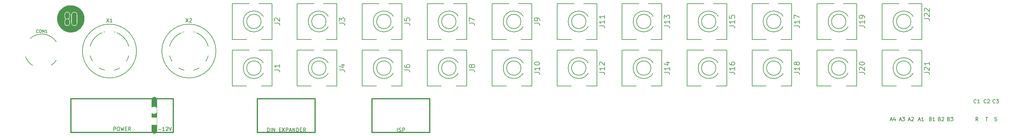
<source format=gto>
G04 #@! TF.FileFunction,Legend,Top*
%FSLAX46Y46*%
G04 Gerber Fmt 4.6, Leading zero omitted, Abs format (unit mm)*
G04 Created by KiCad (PCBNEW 4.0.2-stable) date 2019-06-10 2:57:16 PM*
%MOMM*%
G01*
G04 APERTURE LIST*
%ADD10C,0.200000*%
%ADD11C,0.300000*%
%ADD12C,0.150000*%
%ADD13C,1.500000*%
%ADD14C,0.010000*%
%ADD15R,5.180000X2.640000*%
%ADD16O,2.640000X5.180000*%
%ADD17C,2.640000*%
%ADD18R,1.600000X2.100000*%
%ADD19O,1.600000X2.100000*%
%ADD20O,4.100000X2.600000*%
%ADD21O,2.600000X2.100000*%
%ADD22O,1.600000X3.600000*%
%ADD23R,2.700000X1.900000*%
%ADD24O,2.700000X1.900000*%
%ADD25R,1.800000X1.800000*%
%ADD26O,1.800000X1.800000*%
%ADD27R,2.900000X1.700000*%
%ADD28C,2.600000*%
%ADD29R,2.600000X3.600000*%
%ADD30O,4.700000X1.550000*%
%ADD31O,4.400000X1.200000*%
%ADD32O,1.200000X4.400000*%
%ADD33C,1.200000*%
%ADD34R,1.900000X1.900000*%
%ADD35C,1.900000*%
G04 APERTURE END LIST*
D10*
D11*
X111750000Y-94950000D02*
X111750000Y-85550000D01*
X127750000Y-94950000D02*
X111750000Y-94950000D01*
X127750000Y-85550000D02*
X127750000Y-94950000D01*
X111750000Y-85550000D02*
X127750000Y-85550000D01*
X80000000Y-94950000D02*
X80000000Y-85550000D01*
X96000000Y-94950000D02*
X80000000Y-94950000D01*
X96000000Y-85550000D02*
X96000000Y-94950000D01*
X80000000Y-85550000D02*
X96000000Y-85550000D01*
X56700000Y-85550000D02*
X28300000Y-85550000D01*
X56700000Y-94950000D02*
X56700000Y-85550000D01*
X28300000Y-94950000D02*
X56700000Y-94950000D01*
D10*
X28300000Y-94950000D02*
X28350000Y-94950000D01*
D11*
X28300000Y-85550000D02*
X28300000Y-94950000D01*
D12*
X118773810Y-94702381D02*
X118773810Y-93702381D01*
X119202381Y-94654762D02*
X119345238Y-94702381D01*
X119583334Y-94702381D01*
X119678572Y-94654762D01*
X119726191Y-94607143D01*
X119773810Y-94511905D01*
X119773810Y-94416667D01*
X119726191Y-94321429D01*
X119678572Y-94273810D01*
X119583334Y-94226190D01*
X119392857Y-94178571D01*
X119297619Y-94130952D01*
X119250000Y-94083333D01*
X119202381Y-93988095D01*
X119202381Y-93892857D01*
X119250000Y-93797619D01*
X119297619Y-93750000D01*
X119392857Y-93702381D01*
X119630953Y-93702381D01*
X119773810Y-93750000D01*
X120202381Y-94702381D02*
X120202381Y-93702381D01*
X120583334Y-93702381D01*
X120678572Y-93750000D01*
X120726191Y-93797619D01*
X120773810Y-93892857D01*
X120773810Y-94035714D01*
X120726191Y-94130952D01*
X120678572Y-94178571D01*
X120583334Y-94226190D01*
X120202381Y-94226190D01*
X82761905Y-94702381D02*
X82761905Y-93702381D01*
X83000000Y-93702381D01*
X83142858Y-93750000D01*
X83238096Y-93845238D01*
X83285715Y-93940476D01*
X83333334Y-94130952D01*
X83333334Y-94273810D01*
X83285715Y-94464286D01*
X83238096Y-94559524D01*
X83142858Y-94654762D01*
X83000000Y-94702381D01*
X82761905Y-94702381D01*
X83761905Y-94702381D02*
X83761905Y-93702381D01*
X84238095Y-94702381D02*
X84238095Y-93702381D01*
X84809524Y-94702381D01*
X84809524Y-93702381D01*
X86047619Y-94178571D02*
X86380953Y-94178571D01*
X86523810Y-94702381D02*
X86047619Y-94702381D01*
X86047619Y-93702381D01*
X86523810Y-93702381D01*
X86857143Y-93702381D02*
X87523810Y-94702381D01*
X87523810Y-93702381D02*
X86857143Y-94702381D01*
X87904762Y-94702381D02*
X87904762Y-93702381D01*
X88285715Y-93702381D01*
X88380953Y-93750000D01*
X88428572Y-93797619D01*
X88476191Y-93892857D01*
X88476191Y-94035714D01*
X88428572Y-94130952D01*
X88380953Y-94178571D01*
X88285715Y-94226190D01*
X87904762Y-94226190D01*
X88857143Y-94416667D02*
X89333334Y-94416667D01*
X88761905Y-94702381D02*
X89095238Y-93702381D01*
X89428572Y-94702381D01*
X89761905Y-94702381D02*
X89761905Y-93702381D01*
X90333334Y-94702381D01*
X90333334Y-93702381D01*
X90809524Y-94702381D02*
X90809524Y-93702381D01*
X91047619Y-93702381D01*
X91190477Y-93750000D01*
X91285715Y-93845238D01*
X91333334Y-93940476D01*
X91380953Y-94130952D01*
X91380953Y-94273810D01*
X91333334Y-94464286D01*
X91285715Y-94559524D01*
X91190477Y-94654762D01*
X91047619Y-94702381D01*
X90809524Y-94702381D01*
X91809524Y-94178571D02*
X92142858Y-94178571D01*
X92285715Y-94702381D02*
X91809524Y-94702381D01*
X91809524Y-93702381D01*
X92285715Y-93702381D01*
X93285715Y-94702381D02*
X92952381Y-94226190D01*
X92714286Y-94702381D02*
X92714286Y-93702381D01*
X93095239Y-93702381D01*
X93190477Y-93750000D01*
X93238096Y-93797619D01*
X93285715Y-93892857D01*
X93285715Y-94035714D01*
X93238096Y-94130952D01*
X93190477Y-94178571D01*
X93095239Y-94226190D01*
X92714286Y-94226190D01*
D13*
X51400000Y-85800000D02*
X51400000Y-94550000D01*
D12*
X52538095Y-94071429D02*
X53300000Y-94071429D01*
X54300000Y-94452381D02*
X53728571Y-94452381D01*
X54014285Y-94452381D02*
X54014285Y-93452381D01*
X53919047Y-93595238D01*
X53823809Y-93690476D01*
X53728571Y-93738095D01*
X54680952Y-93547619D02*
X54728571Y-93500000D01*
X54823809Y-93452381D01*
X55061905Y-93452381D01*
X55157143Y-93500000D01*
X55204762Y-93547619D01*
X55252381Y-93642857D01*
X55252381Y-93738095D01*
X55204762Y-93880952D01*
X54633333Y-94452381D01*
X55252381Y-94452381D01*
X55538095Y-93452381D02*
X55871428Y-94452381D01*
X56204762Y-93452381D01*
X40190476Y-94452381D02*
X40190476Y-93452381D01*
X40571429Y-93452381D01*
X40666667Y-93500000D01*
X40714286Y-93547619D01*
X40761905Y-93642857D01*
X40761905Y-93785714D01*
X40714286Y-93880952D01*
X40666667Y-93928571D01*
X40571429Y-93976190D01*
X40190476Y-93976190D01*
X41380952Y-93452381D02*
X41571429Y-93452381D01*
X41666667Y-93500000D01*
X41761905Y-93595238D01*
X41809524Y-93785714D01*
X41809524Y-94119048D01*
X41761905Y-94309524D01*
X41666667Y-94404762D01*
X41571429Y-94452381D01*
X41380952Y-94452381D01*
X41285714Y-94404762D01*
X41190476Y-94309524D01*
X41142857Y-94119048D01*
X41142857Y-93785714D01*
X41190476Y-93595238D01*
X41285714Y-93500000D01*
X41380952Y-93452381D01*
X42142857Y-93452381D02*
X42380952Y-94452381D01*
X42571429Y-93738095D01*
X42761905Y-94452381D01*
X43000000Y-93452381D01*
X43380952Y-93928571D02*
X43714286Y-93928571D01*
X43857143Y-94452381D02*
X43380952Y-94452381D01*
X43380952Y-93452381D01*
X43857143Y-93452381D01*
X44857143Y-94452381D02*
X44523809Y-93976190D01*
X44285714Y-94452381D02*
X44285714Y-93452381D01*
X44666667Y-93452381D01*
X44761905Y-93500000D01*
X44809524Y-93547619D01*
X44857143Y-93642857D01*
X44857143Y-93785714D01*
X44809524Y-93880952D01*
X44761905Y-93928571D01*
X44666667Y-93976190D01*
X44285714Y-93976190D01*
X284214286Y-91654762D02*
X284357143Y-91702381D01*
X284595239Y-91702381D01*
X284690477Y-91654762D01*
X284738096Y-91607143D01*
X284785715Y-91511905D01*
X284785715Y-91416667D01*
X284738096Y-91321429D01*
X284690477Y-91273810D01*
X284595239Y-91226190D01*
X284404762Y-91178571D01*
X284309524Y-91130952D01*
X284261905Y-91083333D01*
X284214286Y-90988095D01*
X284214286Y-90892857D01*
X284261905Y-90797619D01*
X284309524Y-90750000D01*
X284404762Y-90702381D01*
X284642858Y-90702381D01*
X284785715Y-90750000D01*
X279559524Y-91702381D02*
X279226190Y-91226190D01*
X278988095Y-91702381D02*
X278988095Y-90702381D01*
X279369048Y-90702381D01*
X279464286Y-90750000D01*
X279511905Y-90797619D01*
X279559524Y-90892857D01*
X279559524Y-91035714D01*
X279511905Y-91130952D01*
X279464286Y-91178571D01*
X279369048Y-91226190D01*
X278988095Y-91226190D01*
X281714286Y-90702381D02*
X282285715Y-90702381D01*
X282000000Y-91702381D02*
X282000000Y-90702381D01*
X255335714Y-91416667D02*
X255811905Y-91416667D01*
X255240476Y-91702381D02*
X255573809Y-90702381D01*
X255907143Y-91702381D01*
X256669048Y-91035714D02*
X256669048Y-91702381D01*
X256430952Y-90654762D02*
X256192857Y-91369048D01*
X256811905Y-91369048D01*
X284333334Y-86657143D02*
X284285715Y-86704762D01*
X284142858Y-86752381D01*
X284047620Y-86752381D01*
X283904762Y-86704762D01*
X283809524Y-86609524D01*
X283761905Y-86514286D01*
X283714286Y-86323810D01*
X283714286Y-86180952D01*
X283761905Y-85990476D01*
X283809524Y-85895238D01*
X283904762Y-85800000D01*
X284047620Y-85752381D01*
X284142858Y-85752381D01*
X284285715Y-85800000D01*
X284333334Y-85847619D01*
X284666667Y-85752381D02*
X285285715Y-85752381D01*
X284952381Y-86133333D01*
X285095239Y-86133333D01*
X285190477Y-86180952D01*
X285238096Y-86228571D01*
X285285715Y-86323810D01*
X285285715Y-86561905D01*
X285238096Y-86657143D01*
X285190477Y-86704762D01*
X285095239Y-86752381D01*
X284809524Y-86752381D01*
X284714286Y-86704762D01*
X284666667Y-86657143D01*
X281833334Y-86657143D02*
X281785715Y-86704762D01*
X281642858Y-86752381D01*
X281547620Y-86752381D01*
X281404762Y-86704762D01*
X281309524Y-86609524D01*
X281261905Y-86514286D01*
X281214286Y-86323810D01*
X281214286Y-86180952D01*
X281261905Y-85990476D01*
X281309524Y-85895238D01*
X281404762Y-85800000D01*
X281547620Y-85752381D01*
X281642858Y-85752381D01*
X281785715Y-85800000D01*
X281833334Y-85847619D01*
X282214286Y-85847619D02*
X282261905Y-85800000D01*
X282357143Y-85752381D01*
X282595239Y-85752381D01*
X282690477Y-85800000D01*
X282738096Y-85847619D01*
X282785715Y-85942857D01*
X282785715Y-86038095D01*
X282738096Y-86180952D01*
X282166667Y-86752381D01*
X282785715Y-86752381D01*
X279083334Y-86657143D02*
X279035715Y-86704762D01*
X278892858Y-86752381D01*
X278797620Y-86752381D01*
X278654762Y-86704762D01*
X278559524Y-86609524D01*
X278511905Y-86514286D01*
X278464286Y-86323810D01*
X278464286Y-86180952D01*
X278511905Y-85990476D01*
X278559524Y-85895238D01*
X278654762Y-85800000D01*
X278797620Y-85752381D01*
X278892858Y-85752381D01*
X279035715Y-85800000D01*
X279083334Y-85847619D01*
X280035715Y-86752381D02*
X279464286Y-86752381D01*
X279750000Y-86752381D02*
X279750000Y-85752381D01*
X279654762Y-85895238D01*
X279559524Y-85990476D01*
X279464286Y-86038095D01*
X266445239Y-91178571D02*
X266588096Y-91226190D01*
X266635715Y-91273810D01*
X266683334Y-91369048D01*
X266683334Y-91511905D01*
X266635715Y-91607143D01*
X266588096Y-91654762D01*
X266492858Y-91702381D01*
X266111905Y-91702381D01*
X266111905Y-90702381D01*
X266445239Y-90702381D01*
X266540477Y-90750000D01*
X266588096Y-90797619D01*
X266635715Y-90892857D01*
X266635715Y-90988095D01*
X266588096Y-91083333D01*
X266540477Y-91130952D01*
X266445239Y-91178571D01*
X266111905Y-91178571D01*
X267635715Y-91702381D02*
X267064286Y-91702381D01*
X267350000Y-91702381D02*
X267350000Y-90702381D01*
X267254762Y-90845238D01*
X267159524Y-90940476D01*
X267064286Y-90988095D01*
X260335714Y-91416667D02*
X260811905Y-91416667D01*
X260240476Y-91702381D02*
X260573809Y-90702381D01*
X260907143Y-91702381D01*
X261192857Y-90797619D02*
X261240476Y-90750000D01*
X261335714Y-90702381D01*
X261573810Y-90702381D01*
X261669048Y-90750000D01*
X261716667Y-90797619D01*
X261764286Y-90892857D01*
X261764286Y-90988095D01*
X261716667Y-91130952D01*
X261145238Y-91702381D01*
X261764286Y-91702381D01*
X257835714Y-91416667D02*
X258311905Y-91416667D01*
X257740476Y-91702381D02*
X258073809Y-90702381D01*
X258407143Y-91702381D01*
X258645238Y-90702381D02*
X259264286Y-90702381D01*
X258930952Y-91083333D01*
X259073810Y-91083333D01*
X259169048Y-91130952D01*
X259216667Y-91178571D01*
X259264286Y-91273810D01*
X259264286Y-91511905D01*
X259216667Y-91607143D01*
X259169048Y-91654762D01*
X259073810Y-91702381D01*
X258788095Y-91702381D01*
X258692857Y-91654762D01*
X258645238Y-91607143D01*
X271445239Y-91178571D02*
X271588096Y-91226190D01*
X271635715Y-91273810D01*
X271683334Y-91369048D01*
X271683334Y-91511905D01*
X271635715Y-91607143D01*
X271588096Y-91654762D01*
X271492858Y-91702381D01*
X271111905Y-91702381D01*
X271111905Y-90702381D01*
X271445239Y-90702381D01*
X271540477Y-90750000D01*
X271588096Y-90797619D01*
X271635715Y-90892857D01*
X271635715Y-90988095D01*
X271588096Y-91083333D01*
X271540477Y-91130952D01*
X271445239Y-91178571D01*
X271111905Y-91178571D01*
X272016667Y-90702381D02*
X272635715Y-90702381D01*
X272302381Y-91083333D01*
X272445239Y-91083333D01*
X272540477Y-91130952D01*
X272588096Y-91178571D01*
X272635715Y-91273810D01*
X272635715Y-91511905D01*
X272588096Y-91607143D01*
X272540477Y-91654762D01*
X272445239Y-91702381D01*
X272159524Y-91702381D01*
X272064286Y-91654762D01*
X272016667Y-91607143D01*
X268945239Y-91178571D02*
X269088096Y-91226190D01*
X269135715Y-91273810D01*
X269183334Y-91369048D01*
X269183334Y-91511905D01*
X269135715Y-91607143D01*
X269088096Y-91654762D01*
X268992858Y-91702381D01*
X268611905Y-91702381D01*
X268611905Y-90702381D01*
X268945239Y-90702381D01*
X269040477Y-90750000D01*
X269088096Y-90797619D01*
X269135715Y-90892857D01*
X269135715Y-90988095D01*
X269088096Y-91083333D01*
X269040477Y-91130952D01*
X268945239Y-91178571D01*
X268611905Y-91178571D01*
X269564286Y-90797619D02*
X269611905Y-90750000D01*
X269707143Y-90702381D01*
X269945239Y-90702381D01*
X270040477Y-90750000D01*
X270088096Y-90797619D01*
X270135715Y-90892857D01*
X270135715Y-90988095D01*
X270088096Y-91130952D01*
X269516667Y-91702381D01*
X270135715Y-91702381D01*
X263085714Y-91416667D02*
X263561905Y-91416667D01*
X262990476Y-91702381D02*
X263323809Y-90702381D01*
X263657143Y-91702381D01*
X264514286Y-91702381D02*
X263942857Y-91702381D01*
X264228571Y-91702381D02*
X264228571Y-90702381D01*
X264133333Y-90845238D01*
X264038095Y-90940476D01*
X263942857Y-90988095D01*
D14*
G36*
X28358403Y-59510750D02*
X28487035Y-59512861D01*
X28606074Y-59516645D01*
X28710079Y-59522101D01*
X28793609Y-59529229D01*
X28824448Y-59533186D01*
X29138376Y-59594396D01*
X29445764Y-59682781D01*
X29744643Y-59797345D01*
X30033049Y-59937093D01*
X30309012Y-60101030D01*
X30570568Y-60288159D01*
X30815748Y-60497485D01*
X30910795Y-60589206D01*
X31131957Y-60830270D01*
X31329820Y-61087520D01*
X31503895Y-61359995D01*
X31653699Y-61646736D01*
X31778745Y-61946782D01*
X31878547Y-62259175D01*
X31952620Y-62582952D01*
X31969744Y-62682109D01*
X31980187Y-62768266D01*
X31988175Y-62876873D01*
X31993707Y-63001950D01*
X31996784Y-63137512D01*
X31997405Y-63277578D01*
X31995570Y-63416166D01*
X31991279Y-63547292D01*
X31984533Y-63664975D01*
X31975332Y-63763232D01*
X31969744Y-63803621D01*
X31903451Y-64131474D01*
X31811479Y-64447512D01*
X31694055Y-64751140D01*
X31551405Y-65041766D01*
X31397723Y-65297697D01*
X31205914Y-65564170D01*
X30994275Y-65810558D01*
X30763961Y-66036115D01*
X30516127Y-66240096D01*
X30251929Y-66421757D01*
X29972521Y-66580354D01*
X29679060Y-66715142D01*
X29372700Y-66825376D01*
X29054597Y-66910312D01*
X28827922Y-66953931D01*
X28779365Y-66959741D01*
X28709244Y-66965309D01*
X28622448Y-66970497D01*
X28523863Y-66975161D01*
X28418378Y-66979164D01*
X28310881Y-66982362D01*
X28206258Y-66984616D01*
X28109399Y-66985785D01*
X28025191Y-66985728D01*
X27958521Y-66984304D01*
X27914278Y-66981374D01*
X27907528Y-66980429D01*
X27877460Y-66976043D01*
X27827910Y-66969474D01*
X27767739Y-66961885D01*
X27743427Y-66958914D01*
X27469846Y-66913002D01*
X27192227Y-66841841D01*
X26915502Y-66747271D01*
X26644606Y-66631135D01*
X26384471Y-66495275D01*
X26202304Y-66383454D01*
X25935551Y-66191477D01*
X25688998Y-65979767D01*
X25463371Y-65749452D01*
X25259393Y-65501662D01*
X25077792Y-65237524D01*
X24919293Y-64958169D01*
X24784620Y-64664725D01*
X24674499Y-64358321D01*
X24589657Y-64040086D01*
X24544526Y-63803621D01*
X24534083Y-63717465D01*
X24526095Y-63608857D01*
X24520563Y-63483781D01*
X24517486Y-63348219D01*
X24516865Y-63208153D01*
X24518700Y-63069565D01*
X24522991Y-62938438D01*
X24529737Y-62820755D01*
X24538938Y-62722498D01*
X24544526Y-62682109D01*
X24610819Y-62354256D01*
X24620068Y-62322472D01*
X26437894Y-62322472D01*
X26446212Y-62524341D01*
X26471407Y-62703875D01*
X26513745Y-62861946D01*
X26573492Y-62999427D01*
X26650915Y-63117188D01*
X26696212Y-63168817D01*
X26730599Y-63205032D01*
X26755511Y-63232296D01*
X26765902Y-63245076D01*
X26765955Y-63245293D01*
X26756383Y-63256361D01*
X26731595Y-63280780D01*
X26705309Y-63305500D01*
X26624423Y-63398871D01*
X26557351Y-63515775D01*
X26504631Y-63654483D01*
X26466804Y-63813262D01*
X26444409Y-63990383D01*
X26437894Y-64163259D01*
X26446495Y-64370413D01*
X26472270Y-64554831D01*
X26515274Y-64716612D01*
X26575564Y-64855857D01*
X26653197Y-64972665D01*
X26748228Y-65067137D01*
X26860713Y-65139371D01*
X26990710Y-65189469D01*
X27019693Y-65197054D01*
X27085916Y-65208069D01*
X27170348Y-65214947D01*
X27262940Y-65217542D01*
X27353644Y-65215708D01*
X27432410Y-65209300D01*
X27468034Y-65203560D01*
X27595780Y-65163156D01*
X27714353Y-65098463D01*
X27819078Y-65013043D01*
X27905277Y-64910463D01*
X27948616Y-64837342D01*
X28001633Y-64707437D01*
X28041189Y-64556823D01*
X28066677Y-64390268D01*
X28077493Y-64212544D01*
X28073032Y-64028419D01*
X28064035Y-63927809D01*
X28033723Y-63748764D01*
X27985696Y-63590789D01*
X27928083Y-63470886D01*
X28356990Y-63470886D01*
X28356991Y-63665248D01*
X28357177Y-63835102D01*
X28357699Y-63982465D01*
X28358708Y-64109351D01*
X28360354Y-64217777D01*
X28362787Y-64309759D01*
X28366160Y-64387311D01*
X28370621Y-64452450D01*
X28376323Y-64507191D01*
X28383415Y-64553551D01*
X28392049Y-64593544D01*
X28402375Y-64629187D01*
X28414544Y-64662496D01*
X28428706Y-64695485D01*
X28445012Y-64730172D01*
X28463614Y-64768571D01*
X28471836Y-64785640D01*
X28547840Y-64914357D01*
X28641696Y-65021696D01*
X28752029Y-65106540D01*
X28877462Y-65167772D01*
X28977753Y-65196914D01*
X29076840Y-65211436D01*
X29190595Y-65217160D01*
X29306533Y-65214069D01*
X29412167Y-65202150D01*
X29437017Y-65197476D01*
X29547962Y-65167193D01*
X29642713Y-65123849D01*
X29730443Y-65062426D01*
X29799508Y-64999127D01*
X29885506Y-64899578D01*
X29954334Y-64788061D01*
X30009221Y-64658736D01*
X30036867Y-64569944D01*
X30042654Y-64548600D01*
X30047700Y-64527729D01*
X30052066Y-64505286D01*
X30055812Y-64479227D01*
X30059000Y-64447505D01*
X30061688Y-64408076D01*
X30063939Y-64358896D01*
X30065812Y-64297918D01*
X30067368Y-64223097D01*
X30068667Y-64132389D01*
X30069771Y-64023749D01*
X30070740Y-63895131D01*
X30071633Y-63744491D01*
X30072513Y-63569782D01*
X30073439Y-63368961D01*
X30073621Y-63328483D01*
X30074517Y-63096500D01*
X30074980Y-62891714D01*
X30074997Y-62712788D01*
X30074556Y-62558383D01*
X30073644Y-62427160D01*
X30072248Y-62317782D01*
X30070356Y-62228909D01*
X30067954Y-62159204D01*
X30065031Y-62107328D01*
X30061681Y-62072753D01*
X30029083Y-61900555D01*
X29979572Y-61750433D01*
X29912555Y-61621053D01*
X29827440Y-61511079D01*
X29800145Y-61483449D01*
X29696046Y-61398189D01*
X29583097Y-61335317D01*
X29457569Y-61293474D01*
X29315734Y-61271305D01*
X29204783Y-61266765D01*
X29041263Y-61278033D01*
X28894485Y-61312407D01*
X28764549Y-61369807D01*
X28651554Y-61450153D01*
X28555601Y-61553365D01*
X28476790Y-61679364D01*
X28415221Y-61828071D01*
X28389684Y-61915787D01*
X28357023Y-62044214D01*
X28357023Y-63250000D01*
X28356990Y-63470886D01*
X27928083Y-63470886D01*
X27920193Y-63454467D01*
X27837453Y-63340384D01*
X27814138Y-63315442D01*
X27739061Y-63239156D01*
X27815850Y-63163321D01*
X27899380Y-63061456D01*
X27967518Y-62936710D01*
X28019821Y-62790511D01*
X28055847Y-62624288D01*
X28075152Y-62439471D01*
X28078530Y-62315337D01*
X28069856Y-62118250D01*
X28044087Y-61939527D01*
X28001602Y-61780446D01*
X27942782Y-61642285D01*
X27868006Y-61526320D01*
X27831447Y-61484027D01*
X27742287Y-61403180D01*
X27645554Y-61343243D01*
X27536387Y-61302181D01*
X27409929Y-61277957D01*
X27322290Y-61270581D01*
X27155172Y-61272355D01*
X27005829Y-61296035D01*
X26874155Y-61341748D01*
X26760041Y-61409622D01*
X26663380Y-61499785D01*
X26584064Y-61612366D01*
X26521985Y-61747493D01*
X26477036Y-61905294D01*
X26449108Y-62085897D01*
X26438095Y-62289431D01*
X26437894Y-62322472D01*
X24620068Y-62322472D01*
X24702791Y-62038219D01*
X24820215Y-61734591D01*
X24962865Y-61443964D01*
X25116547Y-61188034D01*
X25306097Y-60924903D01*
X25516011Y-60680611D01*
X25744710Y-60456171D01*
X25990617Y-60252598D01*
X26252156Y-60070907D01*
X26527750Y-59912111D01*
X26815821Y-59777225D01*
X27114793Y-59667262D01*
X27423088Y-59583237D01*
X27689822Y-59533186D01*
X27761763Y-59525267D01*
X27856753Y-59519020D01*
X27969353Y-59514444D01*
X28094122Y-59511541D01*
X28225618Y-59510310D01*
X28358403Y-59510750D01*
X28358403Y-59510750D01*
G37*
X28358403Y-59510750D02*
X28487035Y-59512861D01*
X28606074Y-59516645D01*
X28710079Y-59522101D01*
X28793609Y-59529229D01*
X28824448Y-59533186D01*
X29138376Y-59594396D01*
X29445764Y-59682781D01*
X29744643Y-59797345D01*
X30033049Y-59937093D01*
X30309012Y-60101030D01*
X30570568Y-60288159D01*
X30815748Y-60497485D01*
X30910795Y-60589206D01*
X31131957Y-60830270D01*
X31329820Y-61087520D01*
X31503895Y-61359995D01*
X31653699Y-61646736D01*
X31778745Y-61946782D01*
X31878547Y-62259175D01*
X31952620Y-62582952D01*
X31969744Y-62682109D01*
X31980187Y-62768266D01*
X31988175Y-62876873D01*
X31993707Y-63001950D01*
X31996784Y-63137512D01*
X31997405Y-63277578D01*
X31995570Y-63416166D01*
X31991279Y-63547292D01*
X31984533Y-63664975D01*
X31975332Y-63763232D01*
X31969744Y-63803621D01*
X31903451Y-64131474D01*
X31811479Y-64447512D01*
X31694055Y-64751140D01*
X31551405Y-65041766D01*
X31397723Y-65297697D01*
X31205914Y-65564170D01*
X30994275Y-65810558D01*
X30763961Y-66036115D01*
X30516127Y-66240096D01*
X30251929Y-66421757D01*
X29972521Y-66580354D01*
X29679060Y-66715142D01*
X29372700Y-66825376D01*
X29054597Y-66910312D01*
X28827922Y-66953931D01*
X28779365Y-66959741D01*
X28709244Y-66965309D01*
X28622448Y-66970497D01*
X28523863Y-66975161D01*
X28418378Y-66979164D01*
X28310881Y-66982362D01*
X28206258Y-66984616D01*
X28109399Y-66985785D01*
X28025191Y-66985728D01*
X27958521Y-66984304D01*
X27914278Y-66981374D01*
X27907528Y-66980429D01*
X27877460Y-66976043D01*
X27827910Y-66969474D01*
X27767739Y-66961885D01*
X27743427Y-66958914D01*
X27469846Y-66913002D01*
X27192227Y-66841841D01*
X26915502Y-66747271D01*
X26644606Y-66631135D01*
X26384471Y-66495275D01*
X26202304Y-66383454D01*
X25935551Y-66191477D01*
X25688998Y-65979767D01*
X25463371Y-65749452D01*
X25259393Y-65501662D01*
X25077792Y-65237524D01*
X24919293Y-64958169D01*
X24784620Y-64664725D01*
X24674499Y-64358321D01*
X24589657Y-64040086D01*
X24544526Y-63803621D01*
X24534083Y-63717465D01*
X24526095Y-63608857D01*
X24520563Y-63483781D01*
X24517486Y-63348219D01*
X24516865Y-63208153D01*
X24518700Y-63069565D01*
X24522991Y-62938438D01*
X24529737Y-62820755D01*
X24538938Y-62722498D01*
X24544526Y-62682109D01*
X24610819Y-62354256D01*
X24620068Y-62322472D01*
X26437894Y-62322472D01*
X26446212Y-62524341D01*
X26471407Y-62703875D01*
X26513745Y-62861946D01*
X26573492Y-62999427D01*
X26650915Y-63117188D01*
X26696212Y-63168817D01*
X26730599Y-63205032D01*
X26755511Y-63232296D01*
X26765902Y-63245076D01*
X26765955Y-63245293D01*
X26756383Y-63256361D01*
X26731595Y-63280780D01*
X26705309Y-63305500D01*
X26624423Y-63398871D01*
X26557351Y-63515775D01*
X26504631Y-63654483D01*
X26466804Y-63813262D01*
X26444409Y-63990383D01*
X26437894Y-64163259D01*
X26446495Y-64370413D01*
X26472270Y-64554831D01*
X26515274Y-64716612D01*
X26575564Y-64855857D01*
X26653197Y-64972665D01*
X26748228Y-65067137D01*
X26860713Y-65139371D01*
X26990710Y-65189469D01*
X27019693Y-65197054D01*
X27085916Y-65208069D01*
X27170348Y-65214947D01*
X27262940Y-65217542D01*
X27353644Y-65215708D01*
X27432410Y-65209300D01*
X27468034Y-65203560D01*
X27595780Y-65163156D01*
X27714353Y-65098463D01*
X27819078Y-65013043D01*
X27905277Y-64910463D01*
X27948616Y-64837342D01*
X28001633Y-64707437D01*
X28041189Y-64556823D01*
X28066677Y-64390268D01*
X28077493Y-64212544D01*
X28073032Y-64028419D01*
X28064035Y-63927809D01*
X28033723Y-63748764D01*
X27985696Y-63590789D01*
X27928083Y-63470886D01*
X28356990Y-63470886D01*
X28356991Y-63665248D01*
X28357177Y-63835102D01*
X28357699Y-63982465D01*
X28358708Y-64109351D01*
X28360354Y-64217777D01*
X28362787Y-64309759D01*
X28366160Y-64387311D01*
X28370621Y-64452450D01*
X28376323Y-64507191D01*
X28383415Y-64553551D01*
X28392049Y-64593544D01*
X28402375Y-64629187D01*
X28414544Y-64662496D01*
X28428706Y-64695485D01*
X28445012Y-64730172D01*
X28463614Y-64768571D01*
X28471836Y-64785640D01*
X28547840Y-64914357D01*
X28641696Y-65021696D01*
X28752029Y-65106540D01*
X28877462Y-65167772D01*
X28977753Y-65196914D01*
X29076840Y-65211436D01*
X29190595Y-65217160D01*
X29306533Y-65214069D01*
X29412167Y-65202150D01*
X29437017Y-65197476D01*
X29547962Y-65167193D01*
X29642713Y-65123849D01*
X29730443Y-65062426D01*
X29799508Y-64999127D01*
X29885506Y-64899578D01*
X29954334Y-64788061D01*
X30009221Y-64658736D01*
X30036867Y-64569944D01*
X30042654Y-64548600D01*
X30047700Y-64527729D01*
X30052066Y-64505286D01*
X30055812Y-64479227D01*
X30059000Y-64447505D01*
X30061688Y-64408076D01*
X30063939Y-64358896D01*
X30065812Y-64297918D01*
X30067368Y-64223097D01*
X30068667Y-64132389D01*
X30069771Y-64023749D01*
X30070740Y-63895131D01*
X30071633Y-63744491D01*
X30072513Y-63569782D01*
X30073439Y-63368961D01*
X30073621Y-63328483D01*
X30074517Y-63096500D01*
X30074980Y-62891714D01*
X30074997Y-62712788D01*
X30074556Y-62558383D01*
X30073644Y-62427160D01*
X30072248Y-62317782D01*
X30070356Y-62228909D01*
X30067954Y-62159204D01*
X30065031Y-62107328D01*
X30061681Y-62072753D01*
X30029083Y-61900555D01*
X29979572Y-61750433D01*
X29912555Y-61621053D01*
X29827440Y-61511079D01*
X29800145Y-61483449D01*
X29696046Y-61398189D01*
X29583097Y-61335317D01*
X29457569Y-61293474D01*
X29315734Y-61271305D01*
X29204783Y-61266765D01*
X29041263Y-61278033D01*
X28894485Y-61312407D01*
X28764549Y-61369807D01*
X28651554Y-61450153D01*
X28555601Y-61553365D01*
X28476790Y-61679364D01*
X28415221Y-61828071D01*
X28389684Y-61915787D01*
X28357023Y-62044214D01*
X28357023Y-63250000D01*
X28356990Y-63470886D01*
X27928083Y-63470886D01*
X27920193Y-63454467D01*
X27837453Y-63340384D01*
X27814138Y-63315442D01*
X27739061Y-63239156D01*
X27815850Y-63163321D01*
X27899380Y-63061456D01*
X27967518Y-62936710D01*
X28019821Y-62790511D01*
X28055847Y-62624288D01*
X28075152Y-62439471D01*
X28078530Y-62315337D01*
X28069856Y-62118250D01*
X28044087Y-61939527D01*
X28001602Y-61780446D01*
X27942782Y-61642285D01*
X27868006Y-61526320D01*
X27831447Y-61484027D01*
X27742287Y-61403180D01*
X27645554Y-61343243D01*
X27536387Y-61302181D01*
X27409929Y-61277957D01*
X27322290Y-61270581D01*
X27155172Y-61272355D01*
X27005829Y-61296035D01*
X26874155Y-61341748D01*
X26760041Y-61409622D01*
X26663380Y-61499785D01*
X26584064Y-61612366D01*
X26521985Y-61747493D01*
X26477036Y-61905294D01*
X26449108Y-62085897D01*
X26438095Y-62289431D01*
X26437894Y-62322472D01*
X24620068Y-62322472D01*
X24702791Y-62038219D01*
X24820215Y-61734591D01*
X24962865Y-61443964D01*
X25116547Y-61188034D01*
X25306097Y-60924903D01*
X25516011Y-60680611D01*
X25744710Y-60456171D01*
X25990617Y-60252598D01*
X26252156Y-60070907D01*
X26527750Y-59912111D01*
X26815821Y-59777225D01*
X27114793Y-59667262D01*
X27423088Y-59583237D01*
X27689822Y-59533186D01*
X27761763Y-59525267D01*
X27856753Y-59519020D01*
X27969353Y-59514444D01*
X28094122Y-59511541D01*
X28225618Y-59510310D01*
X28358403Y-59510750D01*
G36*
X27364767Y-63332192D02*
X27452071Y-63345058D01*
X27509110Y-63361570D01*
X27599473Y-63407807D01*
X27674525Y-63470327D01*
X27735292Y-63551058D01*
X27782801Y-63651928D01*
X27818082Y-63774865D01*
X27842160Y-63921796D01*
X27850032Y-64001310D01*
X27856907Y-64161497D01*
X27851880Y-64318544D01*
X27835620Y-64466697D01*
X27808795Y-64600201D01*
X27772072Y-64713304D01*
X27765588Y-64728524D01*
X27719297Y-64805206D01*
X27653423Y-64877435D01*
X27576604Y-64936499D01*
X27538556Y-64957530D01*
X27500295Y-64974486D01*
X27464510Y-64985916D01*
X27423656Y-64993094D01*
X27370191Y-64997291D01*
X27296570Y-64999782D01*
X27286798Y-65000009D01*
X27215424Y-65000619D01*
X27150714Y-64999355D01*
X27100169Y-64996476D01*
X27072753Y-64992654D01*
X26963621Y-64951468D01*
X26869648Y-64890506D01*
X26794882Y-64812894D01*
X26754341Y-64746666D01*
X26722788Y-64674367D01*
X26698822Y-64601129D01*
X26681561Y-64521565D01*
X26670123Y-64430290D01*
X26663627Y-64321917D01*
X26661189Y-64191062D01*
X26661137Y-64177528D01*
X26661253Y-64075512D01*
X26662546Y-63996119D01*
X26665464Y-63933443D01*
X26670458Y-63881578D01*
X26677977Y-63834616D01*
X26688470Y-63786652D01*
X26691967Y-63772379D01*
X26732354Y-63644704D01*
X26784693Y-63541301D01*
X26850839Y-63459752D01*
X26932646Y-63397635D01*
X27006441Y-63361931D01*
X27078604Y-63342329D01*
X27168641Y-63330834D01*
X27267159Y-63327452D01*
X27364767Y-63332192D01*
X27364767Y-63332192D01*
G37*
X27364767Y-63332192D02*
X27452071Y-63345058D01*
X27509110Y-63361570D01*
X27599473Y-63407807D01*
X27674525Y-63470327D01*
X27735292Y-63551058D01*
X27782801Y-63651928D01*
X27818082Y-63774865D01*
X27842160Y-63921796D01*
X27850032Y-64001310D01*
X27856907Y-64161497D01*
X27851880Y-64318544D01*
X27835620Y-64466697D01*
X27808795Y-64600201D01*
X27772072Y-64713304D01*
X27765588Y-64728524D01*
X27719297Y-64805206D01*
X27653423Y-64877435D01*
X27576604Y-64936499D01*
X27538556Y-64957530D01*
X27500295Y-64974486D01*
X27464510Y-64985916D01*
X27423656Y-64993094D01*
X27370191Y-64997291D01*
X27296570Y-64999782D01*
X27286798Y-65000009D01*
X27215424Y-65000619D01*
X27150714Y-64999355D01*
X27100169Y-64996476D01*
X27072753Y-64992654D01*
X26963621Y-64951468D01*
X26869648Y-64890506D01*
X26794882Y-64812894D01*
X26754341Y-64746666D01*
X26722788Y-64674367D01*
X26698822Y-64601129D01*
X26681561Y-64521565D01*
X26670123Y-64430290D01*
X26663627Y-64321917D01*
X26661189Y-64191062D01*
X26661137Y-64177528D01*
X26661253Y-64075512D01*
X26662546Y-63996119D01*
X26665464Y-63933443D01*
X26670458Y-63881578D01*
X26677977Y-63834616D01*
X26688470Y-63786652D01*
X26691967Y-63772379D01*
X26732354Y-63644704D01*
X26784693Y-63541301D01*
X26850839Y-63459752D01*
X26932646Y-63397635D01*
X27006441Y-63361931D01*
X27078604Y-63342329D01*
X27168641Y-63330834D01*
X27267159Y-63327452D01*
X27364767Y-63332192D01*
G36*
X27344464Y-61488223D02*
X27401584Y-61489913D01*
X27443341Y-61493900D01*
X27476319Y-61501137D01*
X27507107Y-61512575D01*
X27538556Y-61527329D01*
X27624129Y-61579888D01*
X27694482Y-61647359D01*
X27750769Y-61732059D01*
X27794149Y-61836302D01*
X27825778Y-61962403D01*
X27846813Y-62112679D01*
X27850301Y-62151236D01*
X27857129Y-62303524D01*
X27853061Y-62453553D01*
X27838779Y-62595901D01*
X27814966Y-62725143D01*
X27782304Y-62835859D01*
X27756647Y-62895330D01*
X27694462Y-62987837D01*
X27612366Y-63061051D01*
X27512123Y-63114245D01*
X27395497Y-63146694D01*
X27264251Y-63157671D01*
X27140014Y-63149252D01*
X27019681Y-63121308D01*
X26916084Y-63071965D01*
X26831016Y-63002434D01*
X26766271Y-62913923D01*
X26753127Y-62888248D01*
X26721016Y-62813003D01*
X26696718Y-62737347D01*
X26679378Y-62655853D01*
X26668141Y-62563090D01*
X26662152Y-62453629D01*
X26660554Y-62322041D01*
X26660635Y-62301068D01*
X26663244Y-62167227D01*
X26670072Y-62056264D01*
X26682034Y-61962712D01*
X26700045Y-61881101D01*
X26725018Y-61805962D01*
X26754764Y-61738191D01*
X26806797Y-61658894D01*
X26878817Y-61588162D01*
X26962281Y-61533853D01*
X26991117Y-61520779D01*
X27028798Y-61506999D01*
X27065610Y-61497646D01*
X27108415Y-61491898D01*
X27164074Y-61488931D01*
X27239447Y-61487923D01*
X27265393Y-61487880D01*
X27344464Y-61488223D01*
X27344464Y-61488223D01*
G37*
X27344464Y-61488223D02*
X27401584Y-61489913D01*
X27443341Y-61493900D01*
X27476319Y-61501137D01*
X27507107Y-61512575D01*
X27538556Y-61527329D01*
X27624129Y-61579888D01*
X27694482Y-61647359D01*
X27750769Y-61732059D01*
X27794149Y-61836302D01*
X27825778Y-61962403D01*
X27846813Y-62112679D01*
X27850301Y-62151236D01*
X27857129Y-62303524D01*
X27853061Y-62453553D01*
X27838779Y-62595901D01*
X27814966Y-62725143D01*
X27782304Y-62835859D01*
X27756647Y-62895330D01*
X27694462Y-62987837D01*
X27612366Y-63061051D01*
X27512123Y-63114245D01*
X27395497Y-63146694D01*
X27264251Y-63157671D01*
X27140014Y-63149252D01*
X27019681Y-63121308D01*
X26916084Y-63071965D01*
X26831016Y-63002434D01*
X26766271Y-62913923D01*
X26753127Y-62888248D01*
X26721016Y-62813003D01*
X26696718Y-62737347D01*
X26679378Y-62655853D01*
X26668141Y-62563090D01*
X26662152Y-62453629D01*
X26660554Y-62322041D01*
X26660635Y-62301068D01*
X26663244Y-62167227D01*
X26670072Y-62056264D01*
X26682034Y-61962712D01*
X26700045Y-61881101D01*
X26725018Y-61805962D01*
X26754764Y-61738191D01*
X26806797Y-61658894D01*
X26878817Y-61588162D01*
X26962281Y-61533853D01*
X26991117Y-61520779D01*
X27028798Y-61506999D01*
X27065610Y-61497646D01*
X27108415Y-61491898D01*
X27164074Y-61488931D01*
X27239447Y-61487923D01*
X27265393Y-61487880D01*
X27344464Y-61488223D01*
G36*
X29309509Y-61486300D02*
X29436783Y-61508488D01*
X29545370Y-61550923D01*
X29636625Y-61614287D01*
X29711901Y-61699258D01*
X29762557Y-61785338D01*
X29778569Y-61818116D01*
X29792625Y-61848429D01*
X29804851Y-61878280D01*
X29815375Y-61909673D01*
X29824324Y-61944613D01*
X29831827Y-61985103D01*
X29838010Y-62033148D01*
X29843002Y-62090751D01*
X29846929Y-62159917D01*
X29849920Y-62242648D01*
X29852101Y-62340950D01*
X29853601Y-62456827D01*
X29854547Y-62592281D01*
X29855067Y-62749318D01*
X29855287Y-62929941D01*
X29855337Y-63136154D01*
X29855337Y-63242865D01*
X29855325Y-63461839D01*
X29855201Y-63654277D01*
X29854839Y-63822185D01*
X29854110Y-63967567D01*
X29852887Y-64092428D01*
X29851042Y-64198771D01*
X29848448Y-64288601D01*
X29844975Y-64363923D01*
X29840496Y-64426741D01*
X29834884Y-64479059D01*
X29828011Y-64522883D01*
X29819748Y-64560215D01*
X29809969Y-64593061D01*
X29798544Y-64623426D01*
X29785347Y-64653313D01*
X29770249Y-64684726D01*
X29762346Y-64700821D01*
X29705588Y-64789661D01*
X29629777Y-64869608D01*
X29542723Y-64933367D01*
X29480711Y-64963901D01*
X29409458Y-64983723D01*
X29320033Y-64996787D01*
X29221813Y-65002816D01*
X29124176Y-65001532D01*
X29036498Y-64992658D01*
X28976454Y-64978823D01*
X28868305Y-64930596D01*
X28777085Y-64861973D01*
X28701640Y-64771600D01*
X28640815Y-64658120D01*
X28597091Y-64533251D01*
X28592450Y-64515459D01*
X28588393Y-64495663D01*
X28584882Y-64471928D01*
X28581877Y-64442318D01*
X28579339Y-64404897D01*
X28577229Y-64357730D01*
X28575509Y-64298880D01*
X28574139Y-64226413D01*
X28573079Y-64138392D01*
X28572292Y-64032881D01*
X28571738Y-63907946D01*
X28571377Y-63761650D01*
X28571172Y-63592057D01*
X28571082Y-63397232D01*
X28571068Y-63242865D01*
X28571051Y-63023277D01*
X28571086Y-62830251D01*
X28571301Y-62661812D01*
X28571823Y-62515982D01*
X28572780Y-62390785D01*
X28574300Y-62284245D01*
X28576512Y-62194386D01*
X28579542Y-62119230D01*
X28583519Y-62056801D01*
X28588571Y-62005123D01*
X28594825Y-61962218D01*
X28602409Y-61926112D01*
X28611451Y-61894827D01*
X28622079Y-61866386D01*
X28634421Y-61838813D01*
X28648604Y-61810133D01*
X28664757Y-61778367D01*
X28665947Y-61776012D01*
X28727345Y-61676157D01*
X28800629Y-61598913D01*
X28888608Y-61542625D01*
X28994090Y-61505637D01*
X29119885Y-61486295D01*
X29162192Y-61483678D01*
X29309509Y-61486300D01*
X29309509Y-61486300D01*
G37*
X29309509Y-61486300D02*
X29436783Y-61508488D01*
X29545370Y-61550923D01*
X29636625Y-61614287D01*
X29711901Y-61699258D01*
X29762557Y-61785338D01*
X29778569Y-61818116D01*
X29792625Y-61848429D01*
X29804851Y-61878280D01*
X29815375Y-61909673D01*
X29824324Y-61944613D01*
X29831827Y-61985103D01*
X29838010Y-62033148D01*
X29843002Y-62090751D01*
X29846929Y-62159917D01*
X29849920Y-62242648D01*
X29852101Y-62340950D01*
X29853601Y-62456827D01*
X29854547Y-62592281D01*
X29855067Y-62749318D01*
X29855287Y-62929941D01*
X29855337Y-63136154D01*
X29855337Y-63242865D01*
X29855325Y-63461839D01*
X29855201Y-63654277D01*
X29854839Y-63822185D01*
X29854110Y-63967567D01*
X29852887Y-64092428D01*
X29851042Y-64198771D01*
X29848448Y-64288601D01*
X29844975Y-64363923D01*
X29840496Y-64426741D01*
X29834884Y-64479059D01*
X29828011Y-64522883D01*
X29819748Y-64560215D01*
X29809969Y-64593061D01*
X29798544Y-64623426D01*
X29785347Y-64653313D01*
X29770249Y-64684726D01*
X29762346Y-64700821D01*
X29705588Y-64789661D01*
X29629777Y-64869608D01*
X29542723Y-64933367D01*
X29480711Y-64963901D01*
X29409458Y-64983723D01*
X29320033Y-64996787D01*
X29221813Y-65002816D01*
X29124176Y-65001532D01*
X29036498Y-64992658D01*
X28976454Y-64978823D01*
X28868305Y-64930596D01*
X28777085Y-64861973D01*
X28701640Y-64771600D01*
X28640815Y-64658120D01*
X28597091Y-64533251D01*
X28592450Y-64515459D01*
X28588393Y-64495663D01*
X28584882Y-64471928D01*
X28581877Y-64442318D01*
X28579339Y-64404897D01*
X28577229Y-64357730D01*
X28575509Y-64298880D01*
X28574139Y-64226413D01*
X28573079Y-64138392D01*
X28572292Y-64032881D01*
X28571738Y-63907946D01*
X28571377Y-63761650D01*
X28571172Y-63592057D01*
X28571082Y-63397232D01*
X28571068Y-63242865D01*
X28571051Y-63023277D01*
X28571086Y-62830251D01*
X28571301Y-62661812D01*
X28571823Y-62515982D01*
X28572780Y-62390785D01*
X28574300Y-62284245D01*
X28576512Y-62194386D01*
X28579542Y-62119230D01*
X28583519Y-62056801D01*
X28588571Y-62005123D01*
X28594825Y-61962218D01*
X28602409Y-61926112D01*
X28611451Y-61894827D01*
X28622079Y-61866386D01*
X28634421Y-61838813D01*
X28648604Y-61810133D01*
X28664757Y-61778367D01*
X28665947Y-61776012D01*
X28727345Y-61676157D01*
X28800629Y-61598913D01*
X28888608Y-61542625D01*
X28994090Y-61505637D01*
X29119885Y-61486295D01*
X29162192Y-61483678D01*
X29309509Y-61486300D01*
D12*
X25000000Y-72250000D02*
G75*
G03X25000000Y-72250000I-4750000J0D01*
G01*
X81915476Y-77000000D02*
G75*
G03X81915476Y-77000000I-2915476J0D01*
G01*
X84000000Y-72000000D02*
X84000000Y-82000000D01*
X84000000Y-82000000D02*
X73000000Y-82000000D01*
X73000000Y-82000000D02*
X73000000Y-72000000D01*
X73000000Y-72000000D02*
X84000000Y-72000000D01*
X81000000Y-77000000D02*
G75*
G03X81000000Y-77000000I-2000000J0D01*
G01*
X81915476Y-64000000D02*
G75*
G03X81915476Y-64000000I-2915476J0D01*
G01*
X84000000Y-59000000D02*
X84000000Y-69000000D01*
X84000000Y-69000000D02*
X73000000Y-69000000D01*
X73000000Y-69000000D02*
X73000000Y-59000000D01*
X73000000Y-59000000D02*
X84000000Y-59000000D01*
X81000000Y-64000000D02*
G75*
G03X81000000Y-64000000I-2000000J0D01*
G01*
X99915476Y-64000000D02*
G75*
G03X99915476Y-64000000I-2915476J0D01*
G01*
X102000000Y-59000000D02*
X102000000Y-69000000D01*
X102000000Y-69000000D02*
X91000000Y-69000000D01*
X91000000Y-69000000D02*
X91000000Y-59000000D01*
X91000000Y-59000000D02*
X102000000Y-59000000D01*
X99000000Y-64000000D02*
G75*
G03X99000000Y-64000000I-2000000J0D01*
G01*
X99915476Y-77000000D02*
G75*
G03X99915476Y-77000000I-2915476J0D01*
G01*
X102000000Y-72000000D02*
X102000000Y-82000000D01*
X102000000Y-82000000D02*
X91000000Y-82000000D01*
X91000000Y-82000000D02*
X91000000Y-72000000D01*
X91000000Y-72000000D02*
X102000000Y-72000000D01*
X99000000Y-77000000D02*
G75*
G03X99000000Y-77000000I-2000000J0D01*
G01*
X117915476Y-64000000D02*
G75*
G03X117915476Y-64000000I-2915476J0D01*
G01*
X120000000Y-59000000D02*
X120000000Y-69000000D01*
X120000000Y-69000000D02*
X109000000Y-69000000D01*
X109000000Y-69000000D02*
X109000000Y-59000000D01*
X109000000Y-59000000D02*
X120000000Y-59000000D01*
X117000000Y-64000000D02*
G75*
G03X117000000Y-64000000I-2000000J0D01*
G01*
X117915476Y-77000000D02*
G75*
G03X117915476Y-77000000I-2915476J0D01*
G01*
X120000000Y-72000000D02*
X120000000Y-82000000D01*
X120000000Y-82000000D02*
X109000000Y-82000000D01*
X109000000Y-82000000D02*
X109000000Y-72000000D01*
X109000000Y-72000000D02*
X120000000Y-72000000D01*
X117000000Y-77000000D02*
G75*
G03X117000000Y-77000000I-2000000J0D01*
G01*
X135915476Y-64000000D02*
G75*
G03X135915476Y-64000000I-2915476J0D01*
G01*
X138000000Y-59000000D02*
X138000000Y-69000000D01*
X138000000Y-69000000D02*
X127000000Y-69000000D01*
X127000000Y-69000000D02*
X127000000Y-59000000D01*
X127000000Y-59000000D02*
X138000000Y-59000000D01*
X135000000Y-64000000D02*
G75*
G03X135000000Y-64000000I-2000000J0D01*
G01*
X135915476Y-77000000D02*
G75*
G03X135915476Y-77000000I-2915476J0D01*
G01*
X138000000Y-72000000D02*
X138000000Y-82000000D01*
X138000000Y-82000000D02*
X127000000Y-82000000D01*
X127000000Y-82000000D02*
X127000000Y-72000000D01*
X127000000Y-72000000D02*
X138000000Y-72000000D01*
X135000000Y-77000000D02*
G75*
G03X135000000Y-77000000I-2000000J0D01*
G01*
X153915476Y-64000000D02*
G75*
G03X153915476Y-64000000I-2915476J0D01*
G01*
X156000000Y-59000000D02*
X156000000Y-69000000D01*
X156000000Y-69000000D02*
X145000000Y-69000000D01*
X145000000Y-69000000D02*
X145000000Y-59000000D01*
X145000000Y-59000000D02*
X156000000Y-59000000D01*
X153000000Y-64000000D02*
G75*
G03X153000000Y-64000000I-2000000J0D01*
G01*
X153915476Y-77000000D02*
G75*
G03X153915476Y-77000000I-2915476J0D01*
G01*
X156000000Y-72000000D02*
X156000000Y-82000000D01*
X156000000Y-82000000D02*
X145000000Y-82000000D01*
X145000000Y-82000000D02*
X145000000Y-72000000D01*
X145000000Y-72000000D02*
X156000000Y-72000000D01*
X153000000Y-77000000D02*
G75*
G03X153000000Y-77000000I-2000000J0D01*
G01*
X171915476Y-64000000D02*
G75*
G03X171915476Y-64000000I-2915476J0D01*
G01*
X174000000Y-59000000D02*
X174000000Y-69000000D01*
X174000000Y-69000000D02*
X163000000Y-69000000D01*
X163000000Y-69000000D02*
X163000000Y-59000000D01*
X163000000Y-59000000D02*
X174000000Y-59000000D01*
X171000000Y-64000000D02*
G75*
G03X171000000Y-64000000I-2000000J0D01*
G01*
X171915476Y-77000000D02*
G75*
G03X171915476Y-77000000I-2915476J0D01*
G01*
X174000000Y-72000000D02*
X174000000Y-82000000D01*
X174000000Y-82000000D02*
X163000000Y-82000000D01*
X163000000Y-82000000D02*
X163000000Y-72000000D01*
X163000000Y-72000000D02*
X174000000Y-72000000D01*
X171000000Y-77000000D02*
G75*
G03X171000000Y-77000000I-2000000J0D01*
G01*
X189915476Y-64000000D02*
G75*
G03X189915476Y-64000000I-2915476J0D01*
G01*
X192000000Y-59000000D02*
X192000000Y-69000000D01*
X192000000Y-69000000D02*
X181000000Y-69000000D01*
X181000000Y-69000000D02*
X181000000Y-59000000D01*
X181000000Y-59000000D02*
X192000000Y-59000000D01*
X189000000Y-64000000D02*
G75*
G03X189000000Y-64000000I-2000000J0D01*
G01*
X189915476Y-77000000D02*
G75*
G03X189915476Y-77000000I-2915476J0D01*
G01*
X192000000Y-72000000D02*
X192000000Y-82000000D01*
X192000000Y-82000000D02*
X181000000Y-82000000D01*
X181000000Y-82000000D02*
X181000000Y-72000000D01*
X181000000Y-72000000D02*
X192000000Y-72000000D01*
X189000000Y-77000000D02*
G75*
G03X189000000Y-77000000I-2000000J0D01*
G01*
X207915476Y-64000000D02*
G75*
G03X207915476Y-64000000I-2915476J0D01*
G01*
X210000000Y-59000000D02*
X210000000Y-69000000D01*
X210000000Y-69000000D02*
X199000000Y-69000000D01*
X199000000Y-69000000D02*
X199000000Y-59000000D01*
X199000000Y-59000000D02*
X210000000Y-59000000D01*
X207000000Y-64000000D02*
G75*
G03X207000000Y-64000000I-2000000J0D01*
G01*
X207915476Y-77000000D02*
G75*
G03X207915476Y-77000000I-2915476J0D01*
G01*
X210000000Y-72000000D02*
X210000000Y-82000000D01*
X210000000Y-82000000D02*
X199000000Y-82000000D01*
X199000000Y-82000000D02*
X199000000Y-72000000D01*
X199000000Y-72000000D02*
X210000000Y-72000000D01*
X207000000Y-77000000D02*
G75*
G03X207000000Y-77000000I-2000000J0D01*
G01*
X225915476Y-64000000D02*
G75*
G03X225915476Y-64000000I-2915476J0D01*
G01*
X228000000Y-59000000D02*
X228000000Y-69000000D01*
X228000000Y-69000000D02*
X217000000Y-69000000D01*
X217000000Y-69000000D02*
X217000000Y-59000000D01*
X217000000Y-59000000D02*
X228000000Y-59000000D01*
X225000000Y-64000000D02*
G75*
G03X225000000Y-64000000I-2000000J0D01*
G01*
X225915476Y-77000000D02*
G75*
G03X225915476Y-77000000I-2915476J0D01*
G01*
X228000000Y-72000000D02*
X228000000Y-82000000D01*
X228000000Y-82000000D02*
X217000000Y-82000000D01*
X217000000Y-82000000D02*
X217000000Y-72000000D01*
X217000000Y-72000000D02*
X228000000Y-72000000D01*
X225000000Y-77000000D02*
G75*
G03X225000000Y-77000000I-2000000J0D01*
G01*
X243915476Y-64000000D02*
G75*
G03X243915476Y-64000000I-2915476J0D01*
G01*
X246000000Y-59000000D02*
X246000000Y-69000000D01*
X246000000Y-69000000D02*
X235000000Y-69000000D01*
X235000000Y-69000000D02*
X235000000Y-59000000D01*
X235000000Y-59000000D02*
X246000000Y-59000000D01*
X243000000Y-64000000D02*
G75*
G03X243000000Y-64000000I-2000000J0D01*
G01*
X243915476Y-77000000D02*
G75*
G03X243915476Y-77000000I-2915476J0D01*
G01*
X246000000Y-72000000D02*
X246000000Y-82000000D01*
X246000000Y-82000000D02*
X235000000Y-82000000D01*
X235000000Y-82000000D02*
X235000000Y-72000000D01*
X235000000Y-72000000D02*
X246000000Y-72000000D01*
X243000000Y-77000000D02*
G75*
G03X243000000Y-77000000I-2000000J0D01*
G01*
X261915476Y-77000000D02*
G75*
G03X261915476Y-77000000I-2915476J0D01*
G01*
X264000000Y-72000000D02*
X264000000Y-82000000D01*
X264000000Y-82000000D02*
X253000000Y-82000000D01*
X253000000Y-82000000D02*
X253000000Y-72000000D01*
X253000000Y-72000000D02*
X264000000Y-72000000D01*
X261000000Y-77000000D02*
G75*
G03X261000000Y-77000000I-2000000J0D01*
G01*
X261915476Y-64000000D02*
G75*
G03X261915476Y-64000000I-2915476J0D01*
G01*
X264000000Y-59000000D02*
X264000000Y-69000000D01*
X264000000Y-69000000D02*
X253000000Y-69000000D01*
X253000000Y-69000000D02*
X253000000Y-59000000D01*
X253000000Y-59000000D02*
X264000000Y-59000000D01*
X261000000Y-64000000D02*
G75*
G03X261000000Y-64000000I-2000000J0D01*
G01*
X44500000Y-72250000D02*
G75*
G03X44500000Y-72250000I-5500000J0D01*
G01*
X46500000Y-72250000D02*
G75*
G03X46500000Y-72250000I-7500000J0D01*
G01*
X66500000Y-72250000D02*
G75*
G03X66500000Y-72250000I-5500000J0D01*
G01*
X68500000Y-72250000D02*
G75*
G03X68500000Y-72250000I-7500000J0D01*
G01*
X19278572Y-67035714D02*
X19240477Y-67073810D01*
X19126191Y-67111905D01*
X19050001Y-67111905D01*
X18935715Y-67073810D01*
X18859524Y-66997619D01*
X18821429Y-66921429D01*
X18783334Y-66769048D01*
X18783334Y-66654762D01*
X18821429Y-66502381D01*
X18859524Y-66426190D01*
X18935715Y-66350000D01*
X19050001Y-66311905D01*
X19126191Y-66311905D01*
X19240477Y-66350000D01*
X19278572Y-66388095D01*
X19773810Y-66311905D02*
X19926191Y-66311905D01*
X20002382Y-66350000D01*
X20078572Y-66426190D01*
X20116667Y-66578571D01*
X20116667Y-66845238D01*
X20078572Y-66997619D01*
X20002382Y-67073810D01*
X19926191Y-67111905D01*
X19773810Y-67111905D01*
X19697620Y-67073810D01*
X19621429Y-66997619D01*
X19583334Y-66845238D01*
X19583334Y-66578571D01*
X19621429Y-66426190D01*
X19697620Y-66350000D01*
X19773810Y-66311905D01*
X20459524Y-67111905D02*
X20459524Y-66311905D01*
X20916667Y-67111905D01*
X20916667Y-66311905D01*
X21716667Y-67111905D02*
X21259524Y-67111905D01*
X21488095Y-67111905D02*
X21488095Y-66311905D01*
X21411905Y-66426190D01*
X21335714Y-66502381D01*
X21259524Y-66540476D01*
X84678571Y-77500000D02*
X85750000Y-77500000D01*
X85964286Y-77571428D01*
X86107143Y-77714285D01*
X86178571Y-77928571D01*
X86178571Y-78071428D01*
X86178571Y-76000000D02*
X86178571Y-76857143D01*
X86178571Y-76428571D02*
X84678571Y-76428571D01*
X84892857Y-76571428D01*
X85035714Y-76714286D01*
X85107143Y-76857143D01*
X84678571Y-64500000D02*
X85750000Y-64500000D01*
X85964286Y-64571428D01*
X86107143Y-64714285D01*
X86178571Y-64928571D01*
X86178571Y-65071428D01*
X84821429Y-63857143D02*
X84750000Y-63785714D01*
X84678571Y-63642857D01*
X84678571Y-63285714D01*
X84750000Y-63142857D01*
X84821429Y-63071428D01*
X84964286Y-63000000D01*
X85107143Y-63000000D01*
X85321429Y-63071428D01*
X86178571Y-63928571D01*
X86178571Y-63000000D01*
X102678571Y-64500000D02*
X103750000Y-64500000D01*
X103964286Y-64571428D01*
X104107143Y-64714285D01*
X104178571Y-64928571D01*
X104178571Y-65071428D01*
X102678571Y-63928571D02*
X102678571Y-63000000D01*
X103250000Y-63500000D01*
X103250000Y-63285714D01*
X103321429Y-63142857D01*
X103392857Y-63071428D01*
X103535714Y-63000000D01*
X103892857Y-63000000D01*
X104035714Y-63071428D01*
X104107143Y-63142857D01*
X104178571Y-63285714D01*
X104178571Y-63714286D01*
X104107143Y-63857143D01*
X104035714Y-63928571D01*
X102678571Y-77500000D02*
X103750000Y-77500000D01*
X103964286Y-77571428D01*
X104107143Y-77714285D01*
X104178571Y-77928571D01*
X104178571Y-78071428D01*
X103178571Y-76142857D02*
X104178571Y-76142857D01*
X102607143Y-76500000D02*
X103678571Y-76857143D01*
X103678571Y-75928571D01*
X120678571Y-64500000D02*
X121750000Y-64500000D01*
X121964286Y-64571428D01*
X122107143Y-64714285D01*
X122178571Y-64928571D01*
X122178571Y-65071428D01*
X120678571Y-63071428D02*
X120678571Y-63785714D01*
X121392857Y-63857143D01*
X121321429Y-63785714D01*
X121250000Y-63642857D01*
X121250000Y-63285714D01*
X121321429Y-63142857D01*
X121392857Y-63071428D01*
X121535714Y-63000000D01*
X121892857Y-63000000D01*
X122035714Y-63071428D01*
X122107143Y-63142857D01*
X122178571Y-63285714D01*
X122178571Y-63642857D01*
X122107143Y-63785714D01*
X122035714Y-63857143D01*
X120678571Y-77500000D02*
X121750000Y-77500000D01*
X121964286Y-77571428D01*
X122107143Y-77714285D01*
X122178571Y-77928571D01*
X122178571Y-78071428D01*
X120678571Y-76142857D02*
X120678571Y-76428571D01*
X120750000Y-76571428D01*
X120821429Y-76642857D01*
X121035714Y-76785714D01*
X121321429Y-76857143D01*
X121892857Y-76857143D01*
X122035714Y-76785714D01*
X122107143Y-76714286D01*
X122178571Y-76571428D01*
X122178571Y-76285714D01*
X122107143Y-76142857D01*
X122035714Y-76071428D01*
X121892857Y-76000000D01*
X121535714Y-76000000D01*
X121392857Y-76071428D01*
X121321429Y-76142857D01*
X121250000Y-76285714D01*
X121250000Y-76571428D01*
X121321429Y-76714286D01*
X121392857Y-76785714D01*
X121535714Y-76857143D01*
X138678571Y-64500000D02*
X139750000Y-64500000D01*
X139964286Y-64571428D01*
X140107143Y-64714285D01*
X140178571Y-64928571D01*
X140178571Y-65071428D01*
X138678571Y-63928571D02*
X138678571Y-62928571D01*
X140178571Y-63571428D01*
X138678571Y-77500000D02*
X139750000Y-77500000D01*
X139964286Y-77571428D01*
X140107143Y-77714285D01*
X140178571Y-77928571D01*
X140178571Y-78071428D01*
X139321429Y-76571428D02*
X139250000Y-76714286D01*
X139178571Y-76785714D01*
X139035714Y-76857143D01*
X138964286Y-76857143D01*
X138821429Y-76785714D01*
X138750000Y-76714286D01*
X138678571Y-76571428D01*
X138678571Y-76285714D01*
X138750000Y-76142857D01*
X138821429Y-76071428D01*
X138964286Y-76000000D01*
X139035714Y-76000000D01*
X139178571Y-76071428D01*
X139250000Y-76142857D01*
X139321429Y-76285714D01*
X139321429Y-76571428D01*
X139392857Y-76714286D01*
X139464286Y-76785714D01*
X139607143Y-76857143D01*
X139892857Y-76857143D01*
X140035714Y-76785714D01*
X140107143Y-76714286D01*
X140178571Y-76571428D01*
X140178571Y-76285714D01*
X140107143Y-76142857D01*
X140035714Y-76071428D01*
X139892857Y-76000000D01*
X139607143Y-76000000D01*
X139464286Y-76071428D01*
X139392857Y-76142857D01*
X139321429Y-76285714D01*
X156678571Y-64500000D02*
X157750000Y-64500000D01*
X157964286Y-64571428D01*
X158107143Y-64714285D01*
X158178571Y-64928571D01*
X158178571Y-65071428D01*
X158178571Y-63714286D02*
X158178571Y-63428571D01*
X158107143Y-63285714D01*
X158035714Y-63214286D01*
X157821429Y-63071428D01*
X157535714Y-63000000D01*
X156964286Y-63000000D01*
X156821429Y-63071428D01*
X156750000Y-63142857D01*
X156678571Y-63285714D01*
X156678571Y-63571428D01*
X156750000Y-63714286D01*
X156821429Y-63785714D01*
X156964286Y-63857143D01*
X157321429Y-63857143D01*
X157464286Y-63785714D01*
X157535714Y-63714286D01*
X157607143Y-63571428D01*
X157607143Y-63285714D01*
X157535714Y-63142857D01*
X157464286Y-63071428D01*
X157321429Y-63000000D01*
X156678571Y-78214285D02*
X157750000Y-78214285D01*
X157964286Y-78285713D01*
X158107143Y-78428570D01*
X158178571Y-78642856D01*
X158178571Y-78785713D01*
X158178571Y-76714285D02*
X158178571Y-77571428D01*
X158178571Y-77142856D02*
X156678571Y-77142856D01*
X156892857Y-77285713D01*
X157035714Y-77428571D01*
X157107143Y-77571428D01*
X156678571Y-75785714D02*
X156678571Y-75642857D01*
X156750000Y-75500000D01*
X156821429Y-75428571D01*
X156964286Y-75357142D01*
X157250000Y-75285714D01*
X157607143Y-75285714D01*
X157892857Y-75357142D01*
X158035714Y-75428571D01*
X158107143Y-75500000D01*
X158178571Y-75642857D01*
X158178571Y-75785714D01*
X158107143Y-75928571D01*
X158035714Y-76000000D01*
X157892857Y-76071428D01*
X157607143Y-76142857D01*
X157250000Y-76142857D01*
X156964286Y-76071428D01*
X156821429Y-76000000D01*
X156750000Y-75928571D01*
X156678571Y-75785714D01*
X174678571Y-65214285D02*
X175750000Y-65214285D01*
X175964286Y-65285713D01*
X176107143Y-65428570D01*
X176178571Y-65642856D01*
X176178571Y-65785713D01*
X176178571Y-63714285D02*
X176178571Y-64571428D01*
X176178571Y-64142856D02*
X174678571Y-64142856D01*
X174892857Y-64285713D01*
X175035714Y-64428571D01*
X175107143Y-64571428D01*
X176178571Y-62285714D02*
X176178571Y-63142857D01*
X176178571Y-62714285D02*
X174678571Y-62714285D01*
X174892857Y-62857142D01*
X175035714Y-63000000D01*
X175107143Y-63142857D01*
X174678571Y-78214285D02*
X175750000Y-78214285D01*
X175964286Y-78285713D01*
X176107143Y-78428570D01*
X176178571Y-78642856D01*
X176178571Y-78785713D01*
X176178571Y-76714285D02*
X176178571Y-77571428D01*
X176178571Y-77142856D02*
X174678571Y-77142856D01*
X174892857Y-77285713D01*
X175035714Y-77428571D01*
X175107143Y-77571428D01*
X174821429Y-76142857D02*
X174750000Y-76071428D01*
X174678571Y-75928571D01*
X174678571Y-75571428D01*
X174750000Y-75428571D01*
X174821429Y-75357142D01*
X174964286Y-75285714D01*
X175107143Y-75285714D01*
X175321429Y-75357142D01*
X176178571Y-76214285D01*
X176178571Y-75285714D01*
X192678571Y-65214285D02*
X193750000Y-65214285D01*
X193964286Y-65285713D01*
X194107143Y-65428570D01*
X194178571Y-65642856D01*
X194178571Y-65785713D01*
X194178571Y-63714285D02*
X194178571Y-64571428D01*
X194178571Y-64142856D02*
X192678571Y-64142856D01*
X192892857Y-64285713D01*
X193035714Y-64428571D01*
X193107143Y-64571428D01*
X192678571Y-63214285D02*
X192678571Y-62285714D01*
X193250000Y-62785714D01*
X193250000Y-62571428D01*
X193321429Y-62428571D01*
X193392857Y-62357142D01*
X193535714Y-62285714D01*
X193892857Y-62285714D01*
X194035714Y-62357142D01*
X194107143Y-62428571D01*
X194178571Y-62571428D01*
X194178571Y-63000000D01*
X194107143Y-63142857D01*
X194035714Y-63214285D01*
X192678571Y-78214285D02*
X193750000Y-78214285D01*
X193964286Y-78285713D01*
X194107143Y-78428570D01*
X194178571Y-78642856D01*
X194178571Y-78785713D01*
X194178571Y-76714285D02*
X194178571Y-77571428D01*
X194178571Y-77142856D02*
X192678571Y-77142856D01*
X192892857Y-77285713D01*
X193035714Y-77428571D01*
X193107143Y-77571428D01*
X193178571Y-75428571D02*
X194178571Y-75428571D01*
X192607143Y-75785714D02*
X193678571Y-76142857D01*
X193678571Y-75214285D01*
X210678571Y-65214285D02*
X211750000Y-65214285D01*
X211964286Y-65285713D01*
X212107143Y-65428570D01*
X212178571Y-65642856D01*
X212178571Y-65785713D01*
X212178571Y-63714285D02*
X212178571Y-64571428D01*
X212178571Y-64142856D02*
X210678571Y-64142856D01*
X210892857Y-64285713D01*
X211035714Y-64428571D01*
X211107143Y-64571428D01*
X210678571Y-62357142D02*
X210678571Y-63071428D01*
X211392857Y-63142857D01*
X211321429Y-63071428D01*
X211250000Y-62928571D01*
X211250000Y-62571428D01*
X211321429Y-62428571D01*
X211392857Y-62357142D01*
X211535714Y-62285714D01*
X211892857Y-62285714D01*
X212035714Y-62357142D01*
X212107143Y-62428571D01*
X212178571Y-62571428D01*
X212178571Y-62928571D01*
X212107143Y-63071428D01*
X212035714Y-63142857D01*
X210678571Y-78214285D02*
X211750000Y-78214285D01*
X211964286Y-78285713D01*
X212107143Y-78428570D01*
X212178571Y-78642856D01*
X212178571Y-78785713D01*
X212178571Y-76714285D02*
X212178571Y-77571428D01*
X212178571Y-77142856D02*
X210678571Y-77142856D01*
X210892857Y-77285713D01*
X211035714Y-77428571D01*
X211107143Y-77571428D01*
X210678571Y-75428571D02*
X210678571Y-75714285D01*
X210750000Y-75857142D01*
X210821429Y-75928571D01*
X211035714Y-76071428D01*
X211321429Y-76142857D01*
X211892857Y-76142857D01*
X212035714Y-76071428D01*
X212107143Y-76000000D01*
X212178571Y-75857142D01*
X212178571Y-75571428D01*
X212107143Y-75428571D01*
X212035714Y-75357142D01*
X211892857Y-75285714D01*
X211535714Y-75285714D01*
X211392857Y-75357142D01*
X211321429Y-75428571D01*
X211250000Y-75571428D01*
X211250000Y-75857142D01*
X211321429Y-76000000D01*
X211392857Y-76071428D01*
X211535714Y-76142857D01*
X228678571Y-65214285D02*
X229750000Y-65214285D01*
X229964286Y-65285713D01*
X230107143Y-65428570D01*
X230178571Y-65642856D01*
X230178571Y-65785713D01*
X230178571Y-63714285D02*
X230178571Y-64571428D01*
X230178571Y-64142856D02*
X228678571Y-64142856D01*
X228892857Y-64285713D01*
X229035714Y-64428571D01*
X229107143Y-64571428D01*
X228678571Y-63214285D02*
X228678571Y-62214285D01*
X230178571Y-62857142D01*
X228678571Y-78214285D02*
X229750000Y-78214285D01*
X229964286Y-78285713D01*
X230107143Y-78428570D01*
X230178571Y-78642856D01*
X230178571Y-78785713D01*
X230178571Y-76714285D02*
X230178571Y-77571428D01*
X230178571Y-77142856D02*
X228678571Y-77142856D01*
X228892857Y-77285713D01*
X229035714Y-77428571D01*
X229107143Y-77571428D01*
X229321429Y-75857142D02*
X229250000Y-76000000D01*
X229178571Y-76071428D01*
X229035714Y-76142857D01*
X228964286Y-76142857D01*
X228821429Y-76071428D01*
X228750000Y-76000000D01*
X228678571Y-75857142D01*
X228678571Y-75571428D01*
X228750000Y-75428571D01*
X228821429Y-75357142D01*
X228964286Y-75285714D01*
X229035714Y-75285714D01*
X229178571Y-75357142D01*
X229250000Y-75428571D01*
X229321429Y-75571428D01*
X229321429Y-75857142D01*
X229392857Y-76000000D01*
X229464286Y-76071428D01*
X229607143Y-76142857D01*
X229892857Y-76142857D01*
X230035714Y-76071428D01*
X230107143Y-76000000D01*
X230178571Y-75857142D01*
X230178571Y-75571428D01*
X230107143Y-75428571D01*
X230035714Y-75357142D01*
X229892857Y-75285714D01*
X229607143Y-75285714D01*
X229464286Y-75357142D01*
X229392857Y-75428571D01*
X229321429Y-75571428D01*
X246678571Y-65214285D02*
X247750000Y-65214285D01*
X247964286Y-65285713D01*
X248107143Y-65428570D01*
X248178571Y-65642856D01*
X248178571Y-65785713D01*
X248178571Y-63714285D02*
X248178571Y-64571428D01*
X248178571Y-64142856D02*
X246678571Y-64142856D01*
X246892857Y-64285713D01*
X247035714Y-64428571D01*
X247107143Y-64571428D01*
X248178571Y-63000000D02*
X248178571Y-62714285D01*
X248107143Y-62571428D01*
X248035714Y-62500000D01*
X247821429Y-62357142D01*
X247535714Y-62285714D01*
X246964286Y-62285714D01*
X246821429Y-62357142D01*
X246750000Y-62428571D01*
X246678571Y-62571428D01*
X246678571Y-62857142D01*
X246750000Y-63000000D01*
X246821429Y-63071428D01*
X246964286Y-63142857D01*
X247321429Y-63142857D01*
X247464286Y-63071428D01*
X247535714Y-63000000D01*
X247607143Y-62857142D01*
X247607143Y-62571428D01*
X247535714Y-62428571D01*
X247464286Y-62357142D01*
X247321429Y-62285714D01*
X246678571Y-78214285D02*
X247750000Y-78214285D01*
X247964286Y-78285713D01*
X248107143Y-78428570D01*
X248178571Y-78642856D01*
X248178571Y-78785713D01*
X246821429Y-77571428D02*
X246750000Y-77499999D01*
X246678571Y-77357142D01*
X246678571Y-76999999D01*
X246750000Y-76857142D01*
X246821429Y-76785713D01*
X246964286Y-76714285D01*
X247107143Y-76714285D01*
X247321429Y-76785713D01*
X248178571Y-77642856D01*
X248178571Y-76714285D01*
X246678571Y-75785714D02*
X246678571Y-75642857D01*
X246750000Y-75500000D01*
X246821429Y-75428571D01*
X246964286Y-75357142D01*
X247250000Y-75285714D01*
X247607143Y-75285714D01*
X247892857Y-75357142D01*
X248035714Y-75428571D01*
X248107143Y-75500000D01*
X248178571Y-75642857D01*
X248178571Y-75785714D01*
X248107143Y-75928571D01*
X248035714Y-76000000D01*
X247892857Y-76071428D01*
X247607143Y-76142857D01*
X247250000Y-76142857D01*
X246964286Y-76071428D01*
X246821429Y-76000000D01*
X246750000Y-75928571D01*
X246678571Y-75785714D01*
X264678571Y-78214285D02*
X265750000Y-78214285D01*
X265964286Y-78285713D01*
X266107143Y-78428570D01*
X266178571Y-78642856D01*
X266178571Y-78785713D01*
X264821429Y-77571428D02*
X264750000Y-77499999D01*
X264678571Y-77357142D01*
X264678571Y-76999999D01*
X264750000Y-76857142D01*
X264821429Y-76785713D01*
X264964286Y-76714285D01*
X265107143Y-76714285D01*
X265321429Y-76785713D01*
X266178571Y-77642856D01*
X266178571Y-76714285D01*
X266178571Y-75285714D02*
X266178571Y-76142857D01*
X266178571Y-75714285D02*
X264678571Y-75714285D01*
X264892857Y-75857142D01*
X265035714Y-76000000D01*
X265107143Y-76142857D01*
X264678571Y-63214285D02*
X265750000Y-63214285D01*
X265964286Y-63285713D01*
X266107143Y-63428570D01*
X266178571Y-63642856D01*
X266178571Y-63785713D01*
X264821429Y-62571428D02*
X264750000Y-62499999D01*
X264678571Y-62357142D01*
X264678571Y-61999999D01*
X264750000Y-61857142D01*
X264821429Y-61785713D01*
X264964286Y-61714285D01*
X265107143Y-61714285D01*
X265321429Y-61785713D01*
X266178571Y-62642856D01*
X266178571Y-61714285D01*
X264821429Y-61142857D02*
X264750000Y-61071428D01*
X264678571Y-60928571D01*
X264678571Y-60571428D01*
X264750000Y-60428571D01*
X264821429Y-60357142D01*
X264964286Y-60285714D01*
X265107143Y-60285714D01*
X265321429Y-60357142D01*
X266178571Y-61214285D01*
X266178571Y-60285714D01*
X38190476Y-63202381D02*
X38857143Y-64202381D01*
X38857143Y-63202381D02*
X38190476Y-64202381D01*
X39761905Y-64202381D02*
X39190476Y-64202381D01*
X39476190Y-64202381D02*
X39476190Y-63202381D01*
X39380952Y-63345238D01*
X39285714Y-63440476D01*
X39190476Y-63488095D01*
X60190476Y-63202381D02*
X60857143Y-64202381D01*
X60857143Y-63202381D02*
X60190476Y-64202381D01*
X61190476Y-63297619D02*
X61238095Y-63250000D01*
X61333333Y-63202381D01*
X61571429Y-63202381D01*
X61666667Y-63250000D01*
X61714286Y-63297619D01*
X61761905Y-63392857D01*
X61761905Y-63488095D01*
X61714286Y-63630952D01*
X61142857Y-64202381D01*
X61761905Y-64202381D01*
%LPC*%
D15*
X20250000Y-76060000D03*
D16*
X24060000Y-72250000D03*
D17*
X16768700Y-70023274D02*
X16111300Y-72476726D01*
D18*
X122290000Y-91770000D03*
D19*
X122290000Y-88730000D03*
X119750000Y-91770000D03*
X119750000Y-88730000D03*
X117210000Y-91770000D03*
X117210000Y-88730000D03*
D20*
X79000000Y-81700000D03*
D21*
X79000000Y-72300000D03*
D22*
X74100000Y-77000000D03*
X82300000Y-77000000D03*
D20*
X79000000Y-68700000D03*
D21*
X79000000Y-59300000D03*
D22*
X74100000Y-64000000D03*
X82300000Y-64000000D03*
D20*
X97000000Y-68700000D03*
D21*
X97000000Y-59300000D03*
D22*
X92100000Y-64000000D03*
X100300000Y-64000000D03*
D20*
X97000000Y-81700000D03*
D21*
X97000000Y-72300000D03*
D22*
X92100000Y-77000000D03*
X100300000Y-77000000D03*
D20*
X115000000Y-68700000D03*
D21*
X115000000Y-59300000D03*
D22*
X110100000Y-64000000D03*
X118300000Y-64000000D03*
D20*
X115000000Y-81700000D03*
D21*
X115000000Y-72300000D03*
D22*
X110100000Y-77000000D03*
X118300000Y-77000000D03*
D20*
X133000000Y-68700000D03*
D21*
X133000000Y-59300000D03*
D22*
X128100000Y-64000000D03*
X136300000Y-64000000D03*
D20*
X133000000Y-81700000D03*
D21*
X133000000Y-72300000D03*
D22*
X128100000Y-77000000D03*
X136300000Y-77000000D03*
D20*
X151000000Y-68700000D03*
D21*
X151000000Y-59300000D03*
D22*
X146100000Y-64000000D03*
X154300000Y-64000000D03*
D20*
X151000000Y-81700000D03*
D21*
X151000000Y-72300000D03*
D22*
X146100000Y-77000000D03*
X154300000Y-77000000D03*
D20*
X169000000Y-68700000D03*
D21*
X169000000Y-59300000D03*
D22*
X164100000Y-64000000D03*
X172300000Y-64000000D03*
D20*
X169000000Y-81700000D03*
D21*
X169000000Y-72300000D03*
D22*
X164100000Y-77000000D03*
X172300000Y-77000000D03*
D20*
X187000000Y-68700000D03*
D21*
X187000000Y-59300000D03*
D22*
X182100000Y-64000000D03*
X190300000Y-64000000D03*
D20*
X187000000Y-81700000D03*
D21*
X187000000Y-72300000D03*
D22*
X182100000Y-77000000D03*
X190300000Y-77000000D03*
D20*
X205000000Y-68700000D03*
D21*
X205000000Y-59300000D03*
D22*
X200100000Y-64000000D03*
X208300000Y-64000000D03*
D20*
X205000000Y-81700000D03*
D21*
X205000000Y-72300000D03*
D22*
X200100000Y-77000000D03*
X208300000Y-77000000D03*
D20*
X223000000Y-68700000D03*
D21*
X223000000Y-59300000D03*
D22*
X218100000Y-64000000D03*
X226300000Y-64000000D03*
D20*
X223000000Y-81700000D03*
D21*
X223000000Y-72300000D03*
D22*
X218100000Y-77000000D03*
X226300000Y-77000000D03*
D20*
X241000000Y-68700000D03*
D21*
X241000000Y-59300000D03*
D22*
X236100000Y-64000000D03*
X244300000Y-64000000D03*
D20*
X241000000Y-81700000D03*
D21*
X241000000Y-72300000D03*
D22*
X236100000Y-77000000D03*
X244300000Y-77000000D03*
D20*
X259000000Y-81700000D03*
D21*
X259000000Y-72300000D03*
D22*
X254100000Y-77000000D03*
X262300000Y-77000000D03*
D20*
X259000000Y-68700000D03*
D21*
X259000000Y-59300000D03*
D22*
X254100000Y-64000000D03*
X262300000Y-64000000D03*
D18*
X90540000Y-91770000D03*
D19*
X90540000Y-88730000D03*
X88000000Y-91770000D03*
X88000000Y-88730000D03*
X85460000Y-91770000D03*
X85460000Y-88730000D03*
D23*
X14500000Y-77000000D03*
D24*
X14500000Y-80040000D03*
D25*
X284480000Y-88900000D03*
D26*
X281940000Y-88900000D03*
X279400000Y-88900000D03*
D27*
X213750000Y-84000000D03*
X75000000Y-90750000D03*
D28*
X33500000Y-72250000D03*
X44500000Y-72250000D03*
X39000000Y-77750000D03*
D29*
X39000000Y-67750000D03*
D28*
X35110000Y-76140000D03*
X42890000Y-76140000D03*
D30*
X39000000Y-67750000D03*
D31*
X34900000Y-72250000D03*
X43100000Y-72250000D03*
D32*
X39000000Y-76350000D03*
D33*
X34968629Y-76281371D02*
X37231371Y-74018629D01*
X40768629Y-74018629D02*
X43031371Y-76281371D01*
D28*
X55500000Y-72250000D03*
X66500000Y-72250000D03*
X61000000Y-77750000D03*
D29*
X61000000Y-67750000D03*
D28*
X57110000Y-76140000D03*
X64890000Y-76140000D03*
D30*
X61000000Y-67750000D03*
D31*
X56900000Y-72250000D03*
X65100000Y-72250000D03*
D32*
X61000000Y-76350000D03*
D33*
X56968629Y-76281371D02*
X59231371Y-74018629D01*
X62768629Y-74018629D02*
X65031371Y-76281371D01*
D34*
X67530000Y-86460000D03*
D35*
X67530000Y-89000000D03*
X67530000Y-91540000D03*
D34*
X19580000Y-86460000D03*
D35*
X19580000Y-89000000D03*
X19580000Y-91540000D03*
D25*
X264160000Y-88900000D03*
D26*
X261620000Y-88900000D03*
X259080000Y-88900000D03*
X256540000Y-88900000D03*
D25*
X266700000Y-88900000D03*
D26*
X269240000Y-88900000D03*
X271780000Y-88900000D03*
D25*
X144500000Y-86500000D03*
D26*
X147040000Y-86500000D03*
X149580000Y-86500000D03*
D19*
X33610000Y-88730000D03*
X33610000Y-91770000D03*
X36150000Y-91770000D03*
X36150000Y-88730000D03*
X38690000Y-88730000D03*
X38690000Y-91770000D03*
X41230000Y-91770000D03*
X41230000Y-88730000D03*
X43770000Y-88730000D03*
X43770000Y-91770000D03*
D18*
X51390000Y-91770000D03*
D19*
X51390000Y-88730000D03*
X48850000Y-91770000D03*
X48850000Y-88730000D03*
X46310000Y-91770000D03*
X46310000Y-88730000D03*
M02*

</source>
